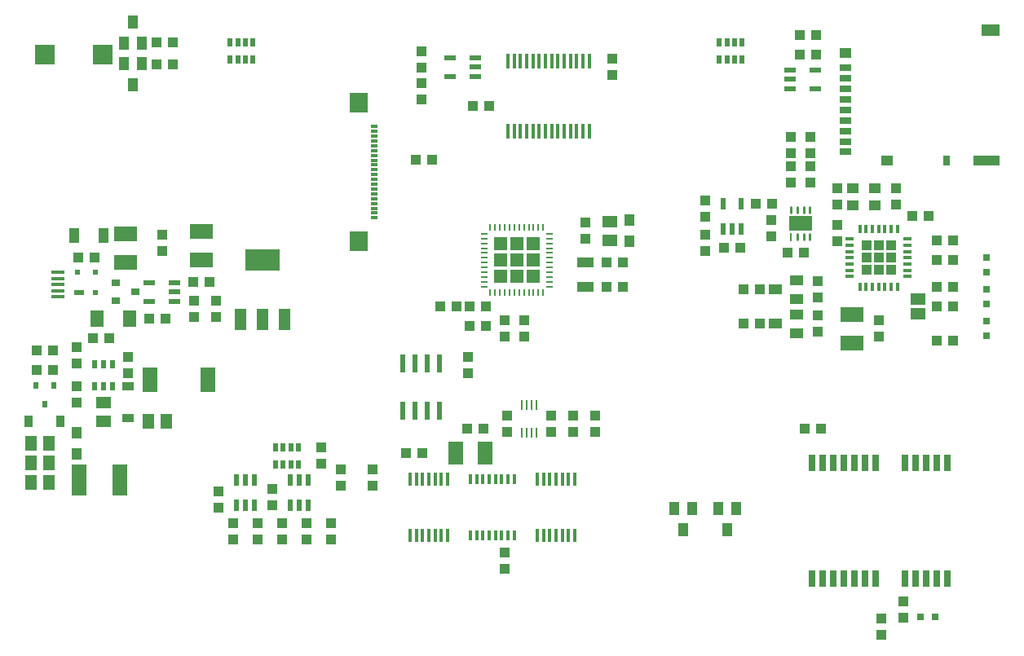
<source format=gtp>
G04 EAGLE Gerber RS-274X export*
G75*
%MOMM*%
%FSLAX34Y34*%
%LPD*%
%INSolderpaste Top*%
%IPPOS*%
%AMOC8*
5,1,8,0,0,1.08239X$1,22.5*%
G01*
%ADD10R,1.000000X1.100000*%
%ADD11R,1.100000X1.000000*%
%ADD12R,2.400000X1.600000*%
%ADD13R,1.500000X1.300000*%
%ADD14R,1.371600X0.406400*%
%ADD15R,0.400000X1.500000*%
%ADD16R,1.219200X2.235200*%
%ADD17R,3.600000X2.200000*%
%ADD18R,1.200000X0.550000*%
%ADD19R,0.558800X1.270000*%
%ADD20R,0.558800X1.981200*%
%ADD21R,0.304800X0.990600*%
%ADD22R,0.254000X1.066800*%
%ADD23R,2.000000X2.000000*%
%ADD24R,1.300000X1.500000*%
%ADD25R,1.900000X2.000000*%
%ADD26R,0.800000X0.300000*%
%ADD27R,1.600000X2.400000*%
%ADD28R,0.355600X1.473200*%
%ADD29R,0.800000X1.800000*%
%ADD30R,1.200000X0.700000*%
%ADD31R,0.800000X1.000000*%
%ADD32R,1.200000X1.000000*%
%ADD33R,2.800000X1.000000*%
%ADD34R,1.900000X1.300000*%
%ADD35R,1.500000X2.500000*%
%ADD36R,0.800000X0.800000*%
%ADD37R,0.500000X0.900000*%
%ADD38R,1.000000X1.400000*%
%ADD39R,1.300000X1.100000*%
%ADD40R,1.702000X0.902000*%
%ADD41R,0.292000X0.906000*%
%ADD42C,0.292000*%
%ADD43R,1.800000X1.000000*%
%ADD44R,0.910000X1.220000*%
%ADD45R,1.220000X0.910000*%
%ADD46R,1.400000X1.800000*%
%ADD47R,1.000000X1.200000*%
%ADD48R,0.600000X0.900000*%
%ADD49R,1.000000X0.600000*%
%ADD50R,0.600000X0.600000*%
%ADD51R,0.350000X0.850000*%
%ADD52R,0.850000X0.350000*%
%ADD53R,1.016000X1.016000*%
%ADD54R,0.889000X0.787400*%
%ADD55R,0.559000X0.724000*%
%ADD56R,1.000000X1.600000*%
%ADD57R,1.500000X3.200000*%
%ADD58R,1.600200X1.168400*%
%ADD59R,1.400000X1.000000*%
%ADD60R,0.700000X0.250000*%
%ADD61R,0.250000X0.700000*%
%ADD62R,1.400000X1.400000*%


D10*
X528320Y361560D03*
X528320Y344560D03*
X899160Y34680D03*
X899160Y51680D03*
D11*
X814460Y657860D03*
X831460Y657860D03*
D10*
X591820Y446160D03*
X591820Y463160D03*
X469900Y323460D03*
X469900Y306460D03*
X508000Y361560D03*
X508000Y344560D03*
D11*
X488560Y355600D03*
X471560Y355600D03*
D12*
X114300Y451880D03*
X114300Y421880D03*
X193040Y424420D03*
X193040Y454420D03*
D11*
X613800Y396240D03*
X630800Y396240D03*
X138820Y363220D03*
X155820Y363220D03*
X65160Y426720D03*
X82160Y426720D03*
X613800Y421640D03*
X630800Y421640D03*
D10*
X619760Y616340D03*
X619760Y633340D03*
D13*
X91440Y276200D03*
X91440Y257200D03*
D10*
X116840Y323460D03*
X116840Y306460D03*
X210820Y183760D03*
X210820Y166760D03*
X317500Y212480D03*
X317500Y229480D03*
D11*
X458080Y375920D03*
X441080Y375920D03*
D10*
X208280Y381880D03*
X208280Y364880D03*
D11*
X819540Y248920D03*
X836540Y248920D03*
D14*
X43815Y398780D03*
X43815Y405193D03*
X43815Y385955D03*
X43815Y392368D03*
X43815Y411605D03*
D15*
X595970Y630610D03*
X589470Y630610D03*
X582970Y630610D03*
X576470Y630610D03*
X569970Y630610D03*
X563470Y630610D03*
X556970Y630610D03*
X550470Y630610D03*
X543970Y630610D03*
X537470Y630610D03*
X530970Y630610D03*
X524470Y630610D03*
X517970Y630610D03*
X511470Y630610D03*
X511470Y558110D03*
X517970Y558110D03*
X524470Y558110D03*
X530970Y558110D03*
X537470Y558110D03*
X543970Y558110D03*
X550470Y558110D03*
X556970Y558110D03*
X563470Y558110D03*
X569970Y558110D03*
X576470Y558110D03*
X582970Y558110D03*
X589470Y558110D03*
X595970Y558110D03*
D16*
X233426Y362712D03*
X256540Y362712D03*
X279654Y362712D03*
D17*
X256540Y424690D03*
D18*
X165401Y381660D03*
X165401Y391160D03*
X165401Y400660D03*
X139399Y400660D03*
X139399Y381660D03*
D10*
X80400Y342900D03*
X97400Y342900D03*
D11*
X922020Y69460D03*
X922020Y52460D03*
D10*
X488560Y375920D03*
X471560Y375920D03*
D11*
X63500Y275980D03*
X63500Y292980D03*
X152400Y433460D03*
X152400Y450460D03*
X63500Y333620D03*
X63500Y316620D03*
D10*
X184540Y401320D03*
X201540Y401320D03*
D11*
X185420Y364880D03*
X185420Y381880D03*
D10*
X492370Y584200D03*
X475370Y584200D03*
D19*
X229362Y169926D03*
X238760Y169926D03*
X248158Y169926D03*
X248158Y195834D03*
X238760Y195834D03*
X229362Y195834D03*
X285242Y169926D03*
X294640Y169926D03*
X304038Y169926D03*
X304038Y195834D03*
X294640Y195834D03*
X285242Y195834D03*
D20*
X402590Y267462D03*
X415290Y267462D03*
X427990Y267462D03*
X440690Y267462D03*
X440690Y316738D03*
X427990Y316738D03*
X415290Y316738D03*
X402590Y316738D03*
D21*
X518050Y196818D03*
X511550Y196818D03*
X505050Y196818D03*
X498550Y196818D03*
X492050Y196818D03*
X485550Y196818D03*
X479050Y196818D03*
X472550Y196818D03*
X472550Y138462D03*
X479050Y138462D03*
X485550Y138462D03*
X492050Y138462D03*
X498550Y138462D03*
X505050Y138462D03*
X511550Y138462D03*
X518050Y138462D03*
D22*
X541020Y273304D03*
X535940Y273304D03*
X530860Y273304D03*
X525780Y273304D03*
X525780Y244856D03*
X530860Y244856D03*
X535940Y244856D03*
X541020Y244856D03*
D23*
X90960Y637540D03*
X30960Y637540D03*
D24*
X156820Y256540D03*
X137820Y256540D03*
D25*
X356980Y443620D03*
X356980Y587620D03*
D26*
X372980Y563120D03*
X372980Y558120D03*
X372980Y553120D03*
X372980Y548120D03*
X372980Y543120D03*
X372980Y538120D03*
X372980Y533120D03*
X372980Y528120D03*
X372980Y523120D03*
X372980Y518120D03*
X372980Y513120D03*
X372980Y508120D03*
X372980Y503120D03*
X372980Y498120D03*
X372980Y493120D03*
X372980Y488120D03*
X372980Y483120D03*
X372980Y478120D03*
X372980Y473120D03*
X372980Y468120D03*
D11*
X486020Y248920D03*
X469020Y248920D03*
D10*
X601980Y245500D03*
X601980Y262500D03*
D27*
X487440Y223520D03*
X457440Y223520D03*
D28*
X541782Y138430D03*
X548386Y138430D03*
X554736Y138430D03*
X561340Y138430D03*
X567944Y138430D03*
X574294Y138430D03*
X580898Y138430D03*
X580898Y196850D03*
X574294Y196850D03*
X567944Y196850D03*
X561340Y196850D03*
X554736Y196850D03*
X548386Y196850D03*
X541782Y196850D03*
X448818Y196850D03*
X442214Y196850D03*
X435864Y196850D03*
X429260Y196850D03*
X422656Y196850D03*
X416306Y196850D03*
X409702Y196850D03*
X409702Y138430D03*
X416306Y138430D03*
X422656Y138430D03*
X429260Y138430D03*
X435864Y138430D03*
X442214Y138430D03*
X448818Y138430D03*
D11*
X405520Y223520D03*
X422520Y223520D03*
D10*
X508000Y103260D03*
X508000Y120260D03*
D29*
X827700Y93480D03*
X838700Y93480D03*
X849700Y93480D03*
X860700Y93480D03*
X871700Y93480D03*
X882700Y93480D03*
X893700Y93480D03*
X923700Y93480D03*
X934700Y93480D03*
X945700Y93480D03*
X956700Y93480D03*
X967700Y93480D03*
X967700Y213480D03*
X956700Y213480D03*
X945700Y213480D03*
X934700Y213480D03*
X923700Y213480D03*
X893700Y213480D03*
X882700Y213480D03*
X871700Y213480D03*
X860700Y213480D03*
X849700Y213480D03*
X838700Y213480D03*
X827700Y213480D03*
D18*
X804879Y621640D03*
X804879Y612140D03*
X804879Y602640D03*
X830881Y602640D03*
X830881Y621640D03*
D30*
X862060Y623820D03*
X862060Y612820D03*
X862060Y601820D03*
X862060Y590820D03*
X862060Y579820D03*
X862060Y568820D03*
X862060Y557820D03*
X862060Y546820D03*
D31*
X967060Y527820D03*
D30*
X862060Y537320D03*
D32*
X862060Y639320D03*
X905060Y527820D03*
D33*
X1008560Y527820D03*
D34*
X1013060Y662820D03*
D35*
X140180Y299720D03*
X200180Y299720D03*
D36*
X939800Y53340D03*
X955040Y53340D03*
D37*
X754950Y650350D03*
X746950Y650350D03*
X738950Y650350D03*
X730950Y650350D03*
X730950Y632350D03*
X738950Y632350D03*
X746950Y632350D03*
X754950Y632350D03*
X246950Y650350D03*
X238950Y650350D03*
X230950Y650350D03*
X222950Y650350D03*
X222950Y632350D03*
X230950Y632350D03*
X238950Y632350D03*
X246950Y632350D03*
X269940Y211980D03*
X277940Y211980D03*
X285940Y211980D03*
X293940Y211980D03*
X293940Y229980D03*
X285940Y229980D03*
X277940Y229980D03*
X269940Y229980D03*
D11*
X421640Y623960D03*
X421640Y640960D03*
X421640Y607940D03*
X421640Y590940D03*
D10*
X814460Y637540D03*
X831460Y637540D03*
D11*
X579120Y245500D03*
X579120Y262500D03*
X556260Y262500D03*
X556260Y245500D03*
X510540Y262500D03*
X510540Y245500D03*
X226060Y133740D03*
X226060Y150740D03*
X251460Y133740D03*
X251460Y150740D03*
X302260Y133740D03*
X302260Y150740D03*
X266700Y186300D03*
X266700Y169300D03*
X276860Y133740D03*
X276860Y150740D03*
X327660Y133740D03*
X327660Y150740D03*
X370840Y206620D03*
X370840Y189620D03*
X337820Y206620D03*
X337820Y189620D03*
D10*
X415680Y528320D03*
X432680Y528320D03*
X948300Y469900D03*
X931300Y469900D03*
X914400Y481720D03*
X914400Y498720D03*
X853440Y481720D03*
X853440Y498720D03*
D11*
X956700Y444500D03*
X973700Y444500D03*
D10*
X956700Y375920D03*
X973700Y375920D03*
X853440Y443620D03*
X853440Y460620D03*
D12*
X868680Y368060D03*
X868680Y338060D03*
D11*
X896620Y344560D03*
X896620Y361560D03*
D36*
X1008380Y345560D03*
X1008380Y360560D03*
D10*
X956700Y340360D03*
X973700Y340360D03*
D36*
X1008380Y426600D03*
X1008380Y411600D03*
X1008380Y378580D03*
X1008380Y393580D03*
D10*
X956700Y424180D03*
X973700Y424180D03*
D38*
X739140Y143940D03*
X729640Y165940D03*
X748640Y165940D03*
D11*
X805180Y504580D03*
X805180Y521580D03*
X825500Y504580D03*
X825500Y521580D03*
D10*
X805180Y535060D03*
X805180Y552060D03*
X825500Y535060D03*
X825500Y552060D03*
D11*
X818760Y431800D03*
X801760Y431800D03*
D39*
X892880Y499220D03*
X869880Y499220D03*
X869880Y481220D03*
X892880Y481220D03*
D10*
X38980Y309880D03*
X21980Y309880D03*
D18*
X477821Y615340D03*
X477821Y624840D03*
X477821Y634340D03*
X451819Y634340D03*
X451819Y615340D03*
D40*
X815340Y462280D03*
D41*
X805590Y448250D03*
D42*
X812090Y445180D02*
X812090Y451320D01*
X818590Y451320D02*
X818590Y445180D01*
X825090Y445180D02*
X825090Y451320D01*
X825090Y473240D02*
X825090Y479380D01*
X818590Y479380D02*
X818590Y473240D01*
X812090Y473240D02*
X812090Y479380D01*
X805590Y479380D02*
X805590Y473240D01*
D12*
X815340Y462280D03*
D43*
X591820Y421640D03*
X591820Y396640D03*
D44*
X46855Y256540D03*
X14105Y256540D03*
D45*
X116840Y260485D03*
X116840Y293235D03*
D46*
X118600Y363220D03*
X84600Y363220D03*
D47*
X63500Y244680D03*
X63500Y222680D03*
X637540Y443660D03*
X637540Y465660D03*
D48*
X100940Y316300D03*
X91440Y316300D03*
X81940Y316300D03*
X81940Y293300D03*
X91440Y293300D03*
X100940Y293300D03*
D49*
X66160Y390820D03*
D50*
X83160Y390820D03*
X83160Y411820D03*
X64160Y411820D03*
D51*
X916120Y456720D03*
X909620Y456720D03*
X903120Y456720D03*
X896620Y456720D03*
X890120Y456720D03*
X883620Y456720D03*
X877120Y456720D03*
D52*
X866620Y446220D03*
X866620Y439720D03*
X866620Y433220D03*
X866620Y426720D03*
X866620Y420220D03*
X866620Y413720D03*
X866620Y407220D03*
D51*
X877120Y396720D03*
X883620Y396720D03*
X890120Y396720D03*
X896620Y396720D03*
X903120Y396720D03*
X909620Y396720D03*
X916120Y396720D03*
D52*
X926620Y407220D03*
X926620Y413720D03*
X926620Y420220D03*
X926620Y426720D03*
X926620Y433220D03*
X926620Y439720D03*
X926620Y446220D03*
D53*
X909320Y439420D03*
X909320Y426720D03*
X909320Y414020D03*
X896620Y414020D03*
X896620Y426720D03*
X896620Y439420D03*
X883920Y439420D03*
X883920Y426720D03*
X883920Y414020D03*
D54*
X124460Y391414D03*
X104140Y381762D03*
X104140Y401066D03*
D38*
X121920Y671400D03*
X131420Y649400D03*
X112420Y649400D03*
X121920Y606220D03*
X112420Y628220D03*
X131420Y628220D03*
D55*
X39980Y294320D03*
X20980Y294320D03*
X30480Y274640D03*
D10*
X163440Y627380D03*
X146440Y627380D03*
X163440Y650240D03*
X146440Y650240D03*
D11*
X21980Y330200D03*
X38980Y330200D03*
D56*
X61280Y449580D03*
X91280Y449580D03*
D57*
X66200Y195580D03*
X108700Y195580D03*
D13*
X617220Y445160D03*
X617220Y464160D03*
D11*
X784860Y465700D03*
X784860Y448700D03*
D10*
X956700Y396240D03*
X973700Y396240D03*
D58*
X937260Y368300D03*
X937260Y383540D03*
D59*
X789100Y393700D03*
X811100Y403200D03*
X811100Y384200D03*
X789100Y358140D03*
X811100Y367640D03*
X811100Y348640D03*
D10*
X773040Y393700D03*
X756040Y393700D03*
X773040Y358140D03*
X756040Y358140D03*
D11*
X833120Y402200D03*
X833120Y385200D03*
X833120Y366640D03*
X833120Y349640D03*
X716280Y469020D03*
X716280Y486020D03*
X716280Y433460D03*
X716280Y450460D03*
D10*
X735720Y436880D03*
X752720Y436880D03*
X785740Y482600D03*
X768740Y482600D03*
D19*
X734822Y456946D03*
X744220Y456946D03*
X753618Y456946D03*
X753618Y482854D03*
X734822Y482854D03*
D60*
X554700Y396680D03*
X554700Y401680D03*
X554700Y406680D03*
X554700Y411680D03*
X554700Y416680D03*
X554700Y421680D03*
X554700Y426680D03*
X554700Y431680D03*
X554700Y436680D03*
X554700Y441680D03*
X554700Y446680D03*
X554700Y451680D03*
D61*
X548200Y458180D03*
X543200Y458180D03*
X538200Y458180D03*
X533200Y458180D03*
X528200Y458180D03*
X523200Y458180D03*
X518200Y458180D03*
X513200Y458180D03*
X508200Y458180D03*
X503200Y458180D03*
X498200Y458180D03*
X493200Y458180D03*
D60*
X486700Y451680D03*
X486700Y446680D03*
X486700Y441680D03*
X486700Y436680D03*
X486700Y431680D03*
X486700Y426680D03*
X486700Y421680D03*
X486700Y416680D03*
X486700Y411680D03*
X486700Y406680D03*
X486700Y401680D03*
X486700Y396680D03*
D61*
X493200Y390180D03*
X498200Y390180D03*
X503200Y390180D03*
X508200Y390180D03*
X513200Y390180D03*
X518200Y390180D03*
X523200Y390180D03*
X528200Y390180D03*
X533200Y390180D03*
X538200Y390180D03*
X543200Y390180D03*
X548200Y390180D03*
D62*
X537700Y407180D03*
X503700Y407180D03*
X520700Y407180D03*
X520700Y424180D03*
X503700Y424180D03*
X537700Y424180D03*
X520700Y441180D03*
X503700Y441180D03*
X537700Y441180D03*
D38*
X693420Y143940D03*
X683920Y165940D03*
X702920Y165940D03*
D24*
X15900Y233680D03*
X34900Y233680D03*
X15900Y213360D03*
X34900Y213360D03*
X15900Y193040D03*
X34900Y193040D03*
M02*

</source>
